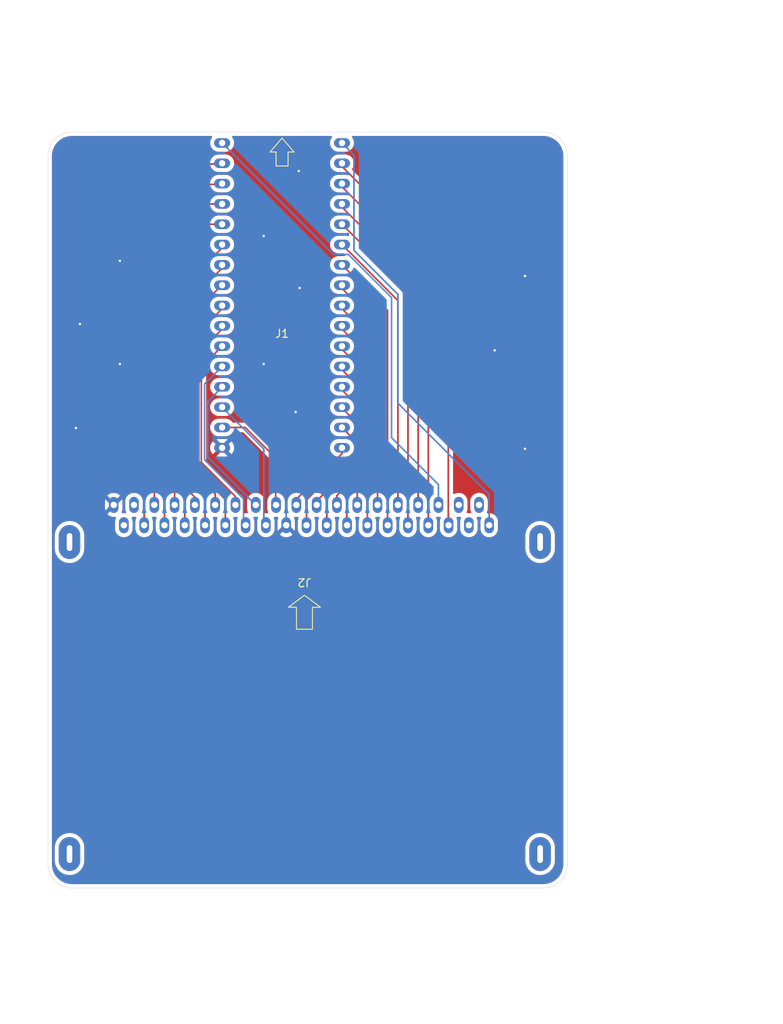
<source format=kicad_pcb>
(kicad_pcb (version 20240108) (generator "pcbnew") (generator_version "8.0")
  (layers (0 "F.Cu" signal) (31 "B.Cu" signal) (34 "B.Paste" user) (35 "F.Paste" user) (36 "B.SilkS" user "B.Silkscreen") (37 "F.SilkS" user "F.Silkscreen") (38 "B.Mask" user) (39 "F.Mask" user) (44 "Edge.Cuts" user))
  (net 0 "")
  (net 1 "/A4")
  (net 2 "/DQ6")
  (net 3 "/A12")
  (net 4 "/A18")
  (net 5 "/DQ1")
  (net 6 "/A3")
  (net 7 "/A15")
  (net 8 "/OE")
  (net 9 "/DQ0")
  (net 10 "/A2")
  (net 11 "/DQ2")
  (net 12 "/DQ7")
  (net 13 "/A0")
  (net 14 "/DQ5")
  (net 15 "/A9")
  (net 16 "/A10")
  (net 17 "/A16")
  (net 18 "/A8")
  (net 19 "/A11")
  (net 20 "/A6")
  (net 21 "/A1")
  (net 22 "/A14")
  (net 23 "/A17")
  (net 24 "/CE")
  (net 25 "/GND")
  (net 26 "/A7")
  (net 27 "/A5")
  (net 28 "/VCC")
  (net 29 "/DQ3")
  (net 30 "/A13")
  (net 31 "/DQ4")
  (net 32 "/WE")
  (footprint "HUC_Connector:HUC_Connector_JTStudio" (layer "F.Cu") (at 50.1 76.15 180)
    (property "Reference" "J2" (at 0 -8.65 180) (layer "F.SilkS"))
    (property "Value" "Conn_01x38_Pin")
    (fp_poly (pts (xy -1 -14.5) (xy 1 -14.5) (xy 1 -11.75) (xy 2 -11.75) (xy 0 -10.25) (xy -2 -11.75) (xy -1 -11.75)) (stroke (width 0.12)) (fill none) (layer "F.SilkS"))
    (pad "0" thru_hole oval (at -29.5 -42.6 180) (size 2.7 4.25) (drill oval 0.7 2.25) (layers "*.Cu" "*.Mask"))
    (pad "0" thru_hole oval (at -29.5 -3.6 180) (size 2.7 4.25) (drill oval 0.7 2.25) (layers "*.Cu" "*.Mask"))
    (pad "0" thru_hole oval (at 29.4 -42.6 180) (size 2.7 4.25) (drill oval 0.7 2.25) (layers "*.Cu" "*.Mask"))
    (pad "0" thru_hole oval (at 29.4 -3.6 180) (size 2.7 4.25) (drill oval 0.7 2.25) (layers "*.Cu" "*.Mask"))
    (pad "1" thru_hole oval (at -23.12 -1.5 180) (size 1.2 2) (drill 0.8) (layers "*.Cu" "*.Mask") (net 28 "/VCC"))
    (pad "2" thru_hole oval (at -21.85 1.04 180) (size 1.2 2) (drill 0.8) (layers "*.Cu" "*.Mask"))
    (pad "3" thru_hole oval (at -20.58 -1.5 180) (size 1.2 2) (drill 0.8) (layers "*.Cu" "*.Mask"))
    (pad "4" thru_hole oval (at -19.31 1.04 180) (size 1.2 2) (drill 0.8) (layers "*.Cu" "*.Mask"))
    (pad "5" thru_hole oval (at -18.04 -1.5 180) (size 1.2 2) (drill 0.8) (layers "*.Cu" "*.Mask") (net 32 "/WE"))
    (pad "6" thru_hole oval (at -16.77 1.04 180) (size 1.2 2) (drill 0.8) (layers "*.Cu" "*.Mask") (net 4 "/A18"))
    (pad "7" thru_hole oval (at -15.5 -1.5 180) (size 1.2 2) (drill 0.8) (layers "*.Cu" "*.Mask") (net 23 "/A17"))
    (pad "8" thru_hole oval (at -14.23 1.04 180) (size 1.2 2) (drill 0.8) (layers "*.Cu" "*.Mask") (net 22 "/A14"))
    (pad "9" thru_hole oval (at -12.96 -1.5 180) (size 1.2 2) (drill 0.8) (layers "*.Cu" "*.Mask") (net 30 "/A13"))
    (pad "10" thru_hole oval (at -11.69 1.04 180) (size 1.2 2) (drill 0.8) (layers "*.Cu" "*.Mask") (net 18 "/A8"))
    (pad "11" thru_hole oval (at -10.42 -1.5 180) (size 1.2 2) (drill 0.8) (layers "*.Cu" "*.Mask") (net 15 "/A9"))
    (pad "12" thru_hole oval (at -9.15 1.04 180) (size 1.2 2) (drill 0.8) (layers "*.Cu" "*.Mask") (net 19 "/A11"))
    (pad "13" thru_hole oval (at -7.88 -1.5 180) (size 1.2 2) (drill 0.8) (layers "*.Cu" "*.Mask") (net 8 "/OE"))
    (pad "14" thru_hole oval (at -6.61 1.04 180) (size 1.2 2) (drill 0.8) (layers "*.Cu" "*.Mask") (net 16 "/A10"))
    (pad "15" thru_hole oval (at -5.34 -1.5 180) (size 1.2 2) (drill 0.8) (layers "*.Cu" "*.Mask") (net 24 "/CE"))
    (pad "16" thru_hole oval (at -4.07 1.04 180) (size 1.2 2) (drill 0.8) (layers "*.Cu" "*.Mask") (net 12 "/DQ7"))
    (pad "17" thru_hole oval (at -2.8 -1.5 180) (size 1.2 2) (drill 0.8) (layers "*.Cu" "*.Mask") (net 2 "/DQ6"))
    (pad "18" thru_hole oval (at -1.53 1.04 180) (size 1.2 2) (drill 0.8) (layers "*.Cu" "*.Mask") (net 14 "/DQ5"))
    (pad "19" thru_hole oval (at -0.26 -1.5 180) (size 1.2 2) (drill 0.8) (layers "*.Cu" "*.Mask") (net 31 "/DQ4"))
    (pad "20" thru_hole oval (at 1.01 1.04 180) (size 1.2 2) (drill 0.8) (layers "*.Cu" "*.Mask") (net 29 "/DQ3"))
    (pad "21" thru_hole oval (at 2.28 -1.5 180) (size 1.2 2) (drill 0.8) (layers "*.Cu" "*.Mask") (net 25 "/GND"))
    (pad "22" thru_hole oval (at 3.55 1.04 180) (size 1.2 2) (drill 0.8) (layers "*.Cu" "*.Mask") (net 11 "/DQ2"))
    (pad "23" thru_hole oval (at 4.82 -1.5 180) (size 1.2 2) (drill 0.8) (layers "*.Cu" "*.Mask") (net 5 "/DQ1"))
    (pad "24" thru_hole oval (at 6.09 1.04 180) (size 1.2 2) (drill 0.8) (layers "*.Cu" "*.Mask") (net 9 "/DQ0"))
    (pad "25" thru_hole oval (at 7.36 -1.5 180) (size 1.2 2) (drill 0.8) (layers "*.Cu" "*.Mask") (net 13 "/A0"))
    (pad "26" thru_hole oval (at 8.63 1.04 180) (size 1.2 2) (drill 0.8) (layers "*.Cu" "*.Mask") (net 21 "/A1"))
    (pad "27" thru_hole oval (at 9.9 -1.5 180) (size 1.2 2) (drill 0.8) (layers "*.Cu" "*.Mask") (net 10 "/A2"))
    (pad "28" thru_hole oval (at 11.17 1.04 180) (size 1.2 2) (drill 0.8) (layers "*.Cu" "*.Mask") (net 6 "/A3"))
    (pad "29" thru_hole oval (at 12.44 -1.5 180) (size 1.2 2) (drill 0.8) (layers "*.Cu" "*.Mask") (net 1 "/A4"))
    (pad "30" thru_hole oval (at 13.71 1.04 180) (size 1.2 2) (drill 0.8) (layers "*.Cu" "*.Mask") (net 27 "/A5"))
    (pad "31" thru_hole oval (at 14.98 -1.5 180) (size 1.2 2) (drill 0.8) (layers "*.Cu" "*.Mask") (net 20 "/A6"))
    (pad "32" thru_hole oval (at 16.25 1.04 180) (size 1.2 2) (drill 0.8) (layers "*.Cu" "*.Mask") (net 26 "/A7"))
    (pad "33" thru_hole oval (at 17.52 -1.5 180) (size 1.2 2) (drill 0.8) (layers "*.Cu" "*.Mask") (net 3 "/A12"))
    (pad "34" thru_hole oval (at 18.79 1.04 180) (size 1.2 2) (drill 0.8) (layers "*.Cu" "*.Mask") (net 7 "/A15"))
    (pad "35" thru_hole oval (at 20.06 -1.5 180) (size 1.2 2) (drill 0.8) (layers "*.Cu" "*.Mask") (net 17 "/A16"))
    (pad "36" thru_hole oval (at 21.33 1.04 180) (size 1.2 2) (drill 0.8) (layers "*.Cu" "*.Mask"))
    (pad "37" thru_hole oval (at 22.6 -1.5 180) (size 1.2 2) (drill 0.8) (layers "*.Cu" "*.Mask"))
    (pad "38" thru_hole oval (at 23.87 1.04 180) (size 1.2 2) (drill 0.8) (layers "*.Cu" "*.Mask") (net 25 "/GND"))
  )
  (footprint "HUC_Connector:HUC_TL866_DIP" (layer "F.Cu") (at 47.3 54)
    (property "Reference" "J1" (at 0 -0.3 0) (layer "F.SilkS"))
    (property "Value" "Conn_02x16_Counter_Clockwise")
    (fp_poly (pts (xy -0.75 -21.25) (xy 0.75 -21.25) (xy 0.75 -23) (xy 1.5 -23) (xy 0 -24.75) (xy -1.5 -23) (xy -0.75 -23)) (stroke (width 0.12)) (fill none) (layer "F.SilkS"))
    (pad "1" thru_hole oval (at -7.5 -24.13 270) (size 1.2 2) (drill 0.8) (layers "*.Cu" "*.Mask") (net 4 "/A18"))
    (pad "2" thru_hole oval (at -7.5 -21.59 270) (size 1.2 2) (drill 0.8) (layers "*.Cu" "*.Mask") (net 17 "/A16"))
    (pad "3" thru_hole oval (at -7.5 -19.05 270) (size 1.2 2) (drill 0.8) (layers "*.Cu" "*.Mask") (net 7 "/A15"))
    (pad "4" thru_hole oval (at -7.5 -16.51 270) (size 1.2 2) (drill 0.8) (layers "*.Cu" "*.Mask") (net 3 "/A12"))
    (pad "5" thru_hole oval (at -7.5 -13.97 270) (size 1.2 2) (drill 0.8) (layers "*.Cu" "*.Mask") (net 26 "/A7"))
    (pad "6" thru_hole oval (at -7.5 -11.43 270) (size 1.2 2) (drill 0.8) (layers "*.Cu" "*.Mask") (net 20 "/A6"))
    (pad "7" thru_hole oval (at -7.5 -8.89 270) (size 1.2 2) (drill 0.8) (layers "*.Cu" "*.Mask") (net 27 "/A5"))
    (pad "8" thru_hole oval (at -7.5 -6.35 270) (size 1.2 2) (drill 0.8) (layers "*.Cu" "*.Mask") (net 1 "/A4"))
    (pad "9" thru_hole oval (at -7.5 -3.81 270) (size 1.2 2) (drill 0.8) (layers "*.Cu" "*.Mask") (net 6 "/A3"))
    (pad "10" thru_hole oval (at -7.5 -1.27 270) (size 1.2 2) (drill 0.8) (layers "*.Cu" "*.Mask") (net 10 "/A2"))
    (pad "11" thru_hole oval (at -7.5 1.27 270) (size 1.2 2) (drill 0.8) (layers "*.Cu" "*.Mask") (net 21 "/A1"))
    (pad "12" thru_hole oval (at -7.5 3.81 270) (size 1.2 2) (drill 0.8) (layers "*.Cu" "*.Mask") (net 13 "/A0"))
    (pad "13" thru_hole oval (at -7.5 6.35 270) (size 1.2 2) (drill 0.8) (layers "*.Cu" "*.Mask") (net 9 "/DQ0"))
    (pad "14" thru_hole oval (at -7.5 8.89 270) (size 1.2 2) (drill 0.8) (layers "*.Cu" "*.Mask") (net 5 "/DQ1"))
    (pad "15" thru_hole oval (at -7.5 11.43 270) (size 1.2 2) (drill 0.8) (layers "*.Cu" "*.Mask") (net 11 "/DQ2"))
    (pad "16" thru_hole oval (at -7.5 13.97 270) (size 1.2 2) (drill 0.8) (layers "*.Cu" "*.Mask") (net 25 "/GND"))
    (pad "17" thru_hole oval (at 7.5 13.97 270) (size 1.2 2) (drill 0.8) (layers "*.Cu" "*.Mask") (net 29 "/DQ3"))
    (pad "18" thru_hole oval (at 7.5 11.43 270) (size 1.2 2) (drill 0.8) (layers "*.Cu" "*.Mask") (net 31 "/DQ4"))
    (pad "19" thru_hole oval (at 7.5 8.89 270) (size 1.2 2) (drill 0.8) (layers "*.Cu" "*.Mask") (net 14 "/DQ5"))
    (pad "20" thru_hole oval (at 7.5 6.35 270) (size 1.2 2) (drill 0.8) (layers "*.Cu" "*.Mask") (net 2 "/DQ6"))
    (pad "21" thru_hole oval (at 7.5 3.81 270) (size 1.2 2) (drill 0.8) (layers "*.Cu" "*.Mask") (net 12 "/DQ7"))
    (pad "22" thru_hole oval (at 7.5 1.27 270) (size 1.2 2) (drill 0.8) (layers "*.Cu" "*.Mask") (net 24 "/CE"))
    (pad "23" thru_hole oval (at 7.5 -1.27 270) (size 1.2 2) (drill 0.8) (layers "*.Cu" "*.Mask") (net 16 "/A10"))
    (pad "24" thru_hole oval (at 7.5 -3.81 270) (size 1.2 2) (drill 0.8) (layers "*.Cu" "*.Mask") (net 8 "/OE"))
    (pad "25" thru_hole oval (at 7.5 -6.35 270) (size 1.2 2) (drill 0.8) (layers "*.Cu" "*.Mask") (net 19 "/A11"))
    (pad "26" thru_hole oval (at 7.5 -8.89 270) (size 1.2 2) (drill 0.8) (layers "*.Cu" "*.Mask") (net 15 "/A9"))
    (pad "27" thru_hole oval (at 7.5 -11.43 270) (size 1.2 2) (drill 0.8) (layers "*.Cu" "*.Mask") (net 18 "/A8"))
    (pad "28" thru_hole oval (at 7.5 -13.97 270) (size 1.2 2) (drill 0.8) (layers "*.Cu" "*.Mask") (net 30 "/A13"))
    (pad "29" thru_hole oval (at 7.5 -16.51 270) (size 1.2 2) (drill 0.8) (layers "*.Cu" "*.Mask") (net 22 "/A14"))
    (pad "30" thru_hole oval (at 7.5 -19.05 270) (size 1.2 2) (drill 0.8) (layers "*.Cu" "*.Mask") (net 23 "/A17"))
    (pad "31" thru_hole oval (at 7.5 -21.59 270) (size 1.2 2) (drill 0.8) (layers "*.Cu" "*.Mask") (net 32 "/WE"))
    (pad "32" thru_hole oval (at 7.5 -24.13 270) (size 1.2 2) (drill 0.8) (layers "*.Cu" "*.Mask") (net 28 "/VCC"))
  )
  (gr_arc (start 80 28.5) (mid 82.12132 29.37868) (end 83 31.5) (stroke (width 0.05)) (layer "Edge.Cuts"))
  (gr_arc (start 21 123) (mid 18.87868 122.12132) (end 18 120) (stroke (width 0.05)) (layer "Edge.Cuts"))
  (gr_line (start 83 31.5) (end 83 120) (stroke (width 0.05)) (layer "Edge.Cuts"))
  (gr_line (start 21 28.5) (end 80 28.5) (stroke (width 0.05)) (layer "Edge.Cuts"))
  (gr_arc (start 18 31.5) (mid 18.87868 29.37868) (end 21 28.5) (stroke (width 0.05)) (layer "Edge.Cuts"))
  (gr_line (start 18 120) (end 18 31.5) (stroke (width 0.05)) (layer "Edge.Cuts"))
  (gr_line (start 80 123) (end 21 123) (stroke (width 0.05)) (layer "Edge.Cuts"))
  (gr_arc (start 83 120) (mid 82.12132 122.12132) (end 80 123) (stroke (width 0.05)) (layer "Edge.Cuts"))
  (segment (start 37.66 73.027056) (end 37.66 77.65) (width 0.2) (layer "F.Cu") (net 1))
  (segment (start 36 51.4) (end 39.75 47.65) (width 0.2) (layer "F.Cu") (net 1))
  (segment (start 37.266472 72.633528) (end 37.66 73.027056) (width 0.2) (layer "F.Cu") (net 1))
  (segment (start 36 71.367056) (end 36 51.4) (width 0.2) (layer "F.Cu") (net 1))
  (segment (start 37.399999 72.767055) (end 37.266472 72.633528) (width 0.2) (layer "F.Cu") (net 1))
  (segment (start 37.266472 72.633528) (end 36 71.367056) (width 0.2) (layer "F.Cu") (net 1))
  (segment (start 39.75 47.65) (end 39.8 47.65) (width 0.2) (layer "F.Cu") (net 1))
  (segment (start 57.9 63.85) (end 57.9 69.217208) (width 0.2) (layer "F.Cu") (net 2))
  (segment (start 52.9 74.217208) (end 52.9 77.65) (width 0.2) (layer "F.Cu") (net 2))
  (segment (start 57.9 69.217208) (end 52.9 74.217208) (width 0.2) (layer "F.Cu") (net 2))
  (segment (start 54.8 60.35) (end 54.8 60.75) (width 0.2) (layer "F.Cu") (net 2))
  (segment (start 54.8 60.75) (end 57.9 63.85) (width 0.2) (layer "F.Cu") (net 2))
  (segment (start 32.58 41.92) (end 37.01 37.49) (width 0.2) (layer "F.Cu") (net 3))
  (segment (start 32.58 77.65) (end 32.58 41.92) (width 0.2) (layer "F.Cu") (net 3))
  (segment (start 37.01 37.49) (end 39.8 37.49) (width 0.2) (layer "F.Cu") (net 3))
  (segment (start 66.87 72.57) (end 66.87 75.11) (width 0.2) (layer "B.Cu") (net 4))
  (segment (start 61 49.2) (end 55.6 43.8) (width 0.2) (layer "B.Cu") (net 4))
  (segment (start 61 66.7) (end 61 49.2) (width 0.2) (layer "B.Cu") (net 4))
  (segment (start 66.61 72.31) (end 61 66.7) (width 0.2) (layer "B.Cu") (net 4))
  (segment (start 55.6 43.8) (end 53.73 43.8) (width 0.2) (layer "B.Cu") (net 4))
  (segment (start 66.61 72.31) (end 66.87 72.57) (width 0.2) (layer "B.Cu") (net 4))
  (segment (start 53.73 43.8) (end 39.8 29.87) (width 0.2) (layer "B.Cu") (net 4))
  (segment (start 39.8 62.89) (end 39.8 62.9) (width 0.2) (layer "B.Cu") (net 5))
  (segment (start 45.02 68.12) (end 45.02 77.42) (width 0.2) (layer "B.Cu") (net 5))
  (segment (start 39.8 62.9) (end 45.02 68.12) (width 0.2) (layer "B.Cu") (net 5))
  (segment (start 38.93 73.73137) (end 38.93 75.11) (width 0.2) (layer "F.Cu") (net 6))
  (segment (start 38.67 73.47137) (end 38.499315 73.300685) (width 0.2) (layer "F.Cu") (net 6))
  (segment (start 38.499315 73.300685) (end 36.4 71.20137) (width 0.2) (layer "F.Cu") (net 6))
  (segment (start 36.4 53.99) (end 39.8 50.59) (width 0.2) (layer "F.Cu") (net 6))
  (segment (start 36.4 71.20137) (end 36.4 53.99) (width 0.2) (layer "F.Cu") (net 6))
  (segment (start 38.499315 73.300685) (end 38.93 73.73137) (width 0.2) (layer "F.Cu") (net 6))
  (segment (start 39.8 50.59) (end 39.8 50.19) (width 0.2) (layer "F.Cu") (net 6))
  (segment (start 36.25 35.05) (end 39.7 35.05) (width 0.2) (layer "F.Cu") (net 7))
  (segment (start 31.31 39.99) (end 36.25 35.05) (width 0.2) (layer "F.Cu") (net 7))
  (segment (start 31.31 75.11) (end 31.31 39.99) (width 0.2) (layer "F.Cu") (net 7))
  (segment (start 39.7 35.05) (end 39.8 34.95) (width 0.2) (layer "F.Cu") (net 7))
  (segment (start 31.05 74.88) (end 31.1 74.83) (width 0.2) (layer "F.Cu") (net 7))
  (segment (start 54.8 50.19) (end 54.8 50.59) (width 0.2) (layer "F.Cu") (net 8))
  (segment (start 59.5 71.8) (end 57.98 73.32) (width 0.2) (layer "F.Cu") (net 8))
  (segment (start 59.5 55.29) (end 59.5 71.8) (width 0.2) (layer "F.Cu") (net 8))
  (segment (start 57.98 73.32) (end 57.98 77.65) (width 0.2) (layer "F.Cu") (net 8))
  (segment (start 54.8 50.59) (end 59.5 55.29) (width 0.2) (layer "F.Cu") (net 8))
  (segment (start 38 69.129999) (end 38 62.2) (width 0.2) (layer "B.Cu") (net 9))
  (segment (start 39.8 60.4) (end 39.8 60.35) (width 0.2) (layer "B.Cu") (net 9))
  (segment (start 38 62.2) (end 39.8 60.4) (width 0.2) (layer "B.Cu") (net 9))
  (segment (start 43.75 74.879999) (end 38 69.129999) (width 0.2) (layer "B.Cu") (net 9))
  (segment (start 36.8 71.035685) (end 36.8 56.13) (width 0.2) (layer "F.Cu") (net 10))
  (segment (start 39.8 53.13) (end 39.8 52.73) (width 0.2) (layer "F.Cu") (net 10))
  (segment (start 39.94 74.175686) (end 36.8 71.035685) (width 0.2) (layer "F.Cu") (net 10))
  (segment (start 40.2 74.435686) (end 40.2 77.65) (width 0.2) (layer "F.Cu") (net 10))
  (segment (start 39.94 74.175686) (end 40.2 74.435686) (width 0.2) (layer "F.Cu") (net 10))
  (segment (start 36.8 56.13) (end 39.8 53.13) (width 0.2) (layer "F.Cu") (net 10))
  (segment (start 42.69 65.43) (end 39.8 65.43) (width 0.2) (layer "F.Cu") (net 11))
  (segment (start 46.5 69.24) (end 42.69 65.43) (width 0.2) (layer "F.Cu") (net 11))
  (segment (start 46.5 75.06) (end 46.5 69.24) (width 0.2) (layer "F.Cu") (net 11))
  (segment (start 46.55 75.11) (end 46.5 75.06) (width 0.2) (layer "F.Cu") (net 11))
  (segment (start 54.2 73.9) (end 58.3 69.8) (width 0.2) (layer "F.Cu") (net 12))
  (segment (start 54.8 58.21) (end 54.8 57.81) (width 0.2) (layer "F.Cu") (net 12))
  (segment (start 54.2 73.9) (end 54.17 73.93) (width 0.2) (layer "F.Cu") (net 12))
  (segment (start 58.3 61.71) (end 54.8 58.21) (width 0.2) (layer "F.Cu") (net 12))
  (segment (start 54.17 73.93) (end 54.17 75.11) (width 0.2) (layer "F.Cu") (net 12))
  (segment (start 58.3 69.8) (end 58.3 61.71) (width 0.2) (layer "F.Cu") (net 12))
  (segment (start 42.48 74.345686) (end 37.6 69.465686) (width 0.2) (layer "B.Cu") (net 13))
  (segment (start 37.6 69.465686) (end 37.6 60.01) (width 0.2) (layer "B.Cu") (net 13))
  (segment (start 42.48 77.42) (end 42.48 74.345686) (width 0.2) (layer "B.Cu") (net 13))
  (segment (start 37.6 60.01) (end 39.8 57.81) (width 0.2) (layer "B.Cu") (net 13))
  (segment (start 54.8 62.89) (end 54.8 63) (width 0.2) (layer "F.Cu") (net 14))
  (segment (start 52.325 73.925) (end 51.63 74.62) (width 0.2) (layer "F.Cu") (net 14))
  (segment (start 54.8 63) (end 56.8 65) (width 0.2) (layer "F.Cu") (net 14))
  (segment (start 56.8 65) (end 56.8 69.45) (width 0.2) (layer "F.Cu") (net 14))
  (segment (start 56.8 69.45) (end 52.325 73.925) (width 0.2) (layer "F.Cu") (net 14))
  (segment (start 52.325 73.925) (end 51.37 74.88) (width 0.2) (layer "F.Cu") (net 14))
  (segment (start 51.63 74.62) (end 51.63 75.11) (width 0.2) (layer "F.Cu") (net 14))
  (segment (start 60.5 77.63) (end 60.52 77.65) (width 0.2) (layer "F.Cu") (net 15))
  (segment (start 60.5 50.81) (end 60.5 77.63) (width 0.2) (layer "F.Cu") (net 15))
  (segment (start 54.8 45.11) (end 60.5 50.81) (width 0.2) (layer "F.Cu") (net 15))
  (segment (start 54.8 53.13) (end 59.1 57.43) (width 0.2) (layer "F.Cu") (net 16))
  (segment (start 54.8 52.73) (end 54.8 53.13) (width 0.2) (layer "F.Cu") (net 16))
  (segment (start 59.1 57.43) (end 59.1 70.92) (width 0.2) (layer "F.Cu") (net 16))
  (segment (start 56.71 73.31) (end 56.71 75.11) (width 0.2) (layer "F.Cu") (net 16))
  (segment (start 59.1 70.92) (end 56.71 73.31) (width 0.2) (layer "F.Cu") (net 16))
  (segment (start 30.04 77.65) (end 30.04 39.96) (width 0.2) (layer "F.Cu") (net 17))
  (segment (start 29.78 77.42) (end 29.8 77.4) (width 0.2) (layer "F.Cu") (net 17))
  (segment (start 39.7 32.51) (end 39.8 32.41) (width 0.2) (layer "F.Cu") (net 17))
  (segment (start 30.04 39.96) (end 37.49 32.51) (width 0.2) (layer "F.Cu") (net 17))
  (segment (start 37.49 32.51) (end 39.7 32.51) (width 0.2) (layer "F.Cu") (net 17))
  (segment (start 61.79 75.11) (end 61.8 75.1) (width 0.2) (layer "F.Cu") (net 18))
  (segment (start 61.8 49.57) (end 54.8 42.57) (width 0.2) (layer "F.Cu") (net 18))
  (segment (start 61.8 75.1) (end 61.8 49.57) (width 0.2) (layer "F.Cu") (net 18))
  (segment (start 61.53 74.88) (end 61.5 74.85) (width 0.2) (layer "F.Cu") (net 18))
  (segment (start 59.288502 73.188502) (end 59.9 72.577004) (width 0.2) (layer "F.Cu") (net 19))
  (segment (start 59.9 72.577004) (end 59.9 53.15) (width 0.2) (layer "F.Cu") (net 19))
  (segment (start 59.288502 73.188502) (end 59.25 73.227004) (width 0.2) (layer "F.Cu") (net 19))
  (segment (start 54.8 48.05) (end 54.8 47.65) (width 0.2) (layer "F.Cu") (net 19))
  (segment (start 59.25 73.227004) (end 59.25 75.11) (width 0.2) (layer "F.Cu") (net 19))
  (segment (start 59.9 53.15) (end 54.8 48.05) (width 0.2) (layer "F.Cu") (net 19))
  (segment (start 35.12 47.65) (end 39.8 42.97) (width 0.2) (layer "F.Cu") (net 20))
  (segment (start 35.12 77.65) (end 35.12 47.65) (width 0.2) (layer "F.Cu") (net 20))
  (segment (start 39.8 42.97) (end 39.8 42.57) (width 0.2) (layer "F.Cu") (net 20))
  (segment (start 41.47 75.11) (end 41.47 74.07) (width 0.2) (layer "F.Cu") (net 21))
  (segment (start 37.2 69.8) (end 37.2 57.87) (width 0.2) (layer "F.Cu") (net 21))
  (segment (start 41.47 74.07) (end 41.21 73.81) (width 0.2) (layer "F.Cu") (net 21))
  (segment (start 37.2 57.87) (end 39.8 55.27) (width 0.2) (layer "F.Cu") (net 21))
  (segment (start 41.21 73.81) (end 37.2 69.8) (width 0.2) (layer "F.Cu") (net 21))
  (segment (start 64.47 74.88) (end 64.1 74.51) (width 0.2) (layer "F.Cu") (net 22))
  (segment (start 64.07 74.88) (end 64.47 74.88) (width 0.2) (layer "F.Cu") (net 22))
  (segment (start 64.33 75.11) (end 64.33 47.42) (width 0.2) (layer "F.Cu") (net 22))
  (segment (start 64.33 47.42) (end 54.8 37.89) (width 0.2) (layer "F.Cu") (net 22))
  (segment (start 54.8 37.89) (end 54.8 37.49) (width 0.2) (layer "F.Cu") (net 22))
  (segment (start 54.8 34.95) (end 54.8 35.35) (width 0.2) (layer "F.Cu") (net 23))
  (segment (start 65.6 46.15) (end 65.6 77.65) (width 0.2) (layer "F.Cu") (net 23))
  (segment (start 54.8 35.35) (end 65.6 46.15) (width 0.2) (layer "F.Cu") (net 23))
  (segment (start 54.8 55.67) (end 58.7 59.57) (width 0.2) (layer "F.Cu") (net 24))
  (segment (start 55.4 73.5) (end 55.4 77.61) (width 0.2) (layer "F.Cu") (net 24))
  (segment (start 54.8 55.27) (end 54.8 55.67) (width 0.2) (layer "F.Cu") (net 24))
  (segment (start 58.7 70.2) (end 55.4 73.5) (width 0.2) (layer "F.Cu") (net 24))
  (segment (start 58.7 59.57) (end 58.7 70.2) (width 0.2) (layer "F.Cu") (net 24))
  (segment (start 55.4 77.61) (end 55.44 77.65) (width 0.2) (layer "F.Cu") (net 24))
  (via (at 77.7 68.1) (size 0.6) (drill 0.3) (layers "F.Cu" "B.Cu") (net 25))
  (via (at 45 57.5) (size 0.6) (drill 0.3) (layers "F.Cu" "B.Cu") (net 25))
  (via (at 49.387807 33.366241) (size 0.6) (drill 0.3) (layers "F.Cu" "B.Cu") (net 25))
  (via (at 22 52.5) (size 0.6) (drill 0.3) (layers "F.Cu" "B.Cu") (net 25))
  (via (at 27 44.6) (size 0.6) (drill 0.3) (layers "F.Cu" "B.Cu") (net 25))
  (via (at 73.9 55.8) (size 0.6) (drill 0.3) (layers "F.Cu" "B.Cu") (net 25))
  (via (at 45 41.5) (size 0.6) (drill 0.3) (layers "F.Cu" "B.Cu") (net 25))
  (via (at 49.5 48) (size 0.6) (drill 0.3) (layers "F.Cu" "B.Cu") (net 25))
  (via (at 49 63.5) (size 0.6) (drill 0.3) (layers "F.Cu" "B.Cu") (net 25))
  (via (at 27 57.5) (size 0.6) (drill 0.3) (layers "F.Cu" "B.Cu") (net 25))
  (via (at 21.5 65.5) (size 0.6) (drill 0.3) (layers "F.Cu" "B.Cu") (net 25))
  (via (at 77.7 46.5) (size 0.6) (drill 0.3) (layers "F.Cu" "B.Cu") (net 25))
  (segment (start 47.82 77.65) (end 47.82 64.68) (width 0.2) (layer "B.Cu") (net 25))
  (segment (start 47.82 64.68) (end 49 63.5) (width 0.2) (layer "B.Cu") (net 25))
  (segment (start 33.619999 74.879999) (end 33.6 74.86) (width 0.2) (layer "F.Cu") (net 26))
  (segment (start 37.87 40.03) (end 39.8 40.03) (width 0.2) (layer "F.Cu") (net 26))
  (segment (start 33.85 44.05) (end 37.87 40.03) (width 0.2) (layer "F.Cu") (net 26))
  (segment (start 33.85 75.11) (end 33.85 44.05) (width 0.2) (layer "F.Cu") (net 26))
  (segment (start 33.59 74.879999) (end 33.619999 74.879999) (width 0.2) (layer "F.Cu") (net 26))
  (segment (start 35.6 73.36) (end 36.39 74.15) (width 0.2) (layer "F.Cu") (net 27))
  (segment (start 35.6 49.71) (end 35.6 73.36) (width 0.2) (layer "F.Cu") (net 27))
  (segment (start 39.8 45.51) (end 35.6 49.71) (width 0.2) (layer "F.Cu") (net 27))
  (segment (start 36.39 74.15) (end 36.39 75.11) (width 0.2) (layer "F.Cu") (net 27))
  (segment (start 39.8 45.11) (end 39.8 45.51) (width 0.2) (layer "F.Cu") (net 27))
  (segment (start 56.3 31.37) (end 54.8 29.87) (width 0.2) (layer "B.Cu") (net 28))
  (segment (start 61.8 62.4) (end 61.8 48.8) (width 0.2) (layer "B.Cu") (net 28))
  (segment (start 56.3 43.3) (end 56.3 31.37) (width 0.2) (layer "B.Cu") (net 28))
  (segment (start 73.22 73.82) (end 61.8 62.4) (width 0.2) (layer "B.Cu") (net 28))
  (segment (start 61.8 48.8) (end 56.3 43.3) (width 0.2) (layer "B.Cu") (net 28))
  (segment (start 73.22 77.65) (end 73.22 73.82) (width 0.2) (layer "B.Cu") (net 28))
  (segment (start 54.8 68.7) (end 49.09 74.41) (width 0.2) (layer "F.Cu") (net 29))
  (segment (start 54.8 67.97) (end 54.8 68.7) (width 0.2) (layer "F.Cu") (net 29))
  (segment (start 49.09 74.41) (end 49.09 75.11) (width 0.2) (layer "F.Cu") (net 29))
  (segment (start 63.06 77.65) (end 63.06 48.29) (width 0.2) (layer "F.Cu") (net 30))
  (segment (start 63.06 48.29) (end 54.8 40.03) (width 0.2) (layer "F.Cu") (net 30))
  (segment (start 56.4 68.45) (end 50.36 74.49) (width 0.2) (layer "F.Cu") (net 31))
  (segment (start 54.8 65.43) (end 56.4 67.03) (width 0.2) (layer "F.Cu") (net 31))
  (segment (start 56.4 67.03) (end 56.4 68.45) (width 0.2) (layer "F.Cu") (net 31))
  (segment (start 50.36 74.49) (end 50.36 77.65) (width 0.2) (layer "F.Cu") (net 31))
  (segment (start 54.8 32.81) (end 54.8 32.41) (width 0.2) (layer "F.Cu") (net 32))
  (segment (start 68.1 46.11) (end 54.8 32.81) (width 0.2) (layer "F.Cu") (net 32))
  (segment (start 68.1 77.61) (end 68.1 46.11) (width 0.2) (layer "F.Cu") (net 32))
  (segment (start 68.14 77.65) (end 68.1 77.61) (width 0.2) (layer "F.Cu") (net 32))
  (zone (net 25) (net_name "/GND") (layers "F&B.Cu") (connect_pads (clearance 0.5)) (min_thickness 0.25) (fill yes (thermal_gap 0.5) (thermal_bridge_width 0.5))
    (polygon (pts (xy 12 12) (xy 12 140) (xy 110 140) (xy 110 12)))
  )
)
</source>
